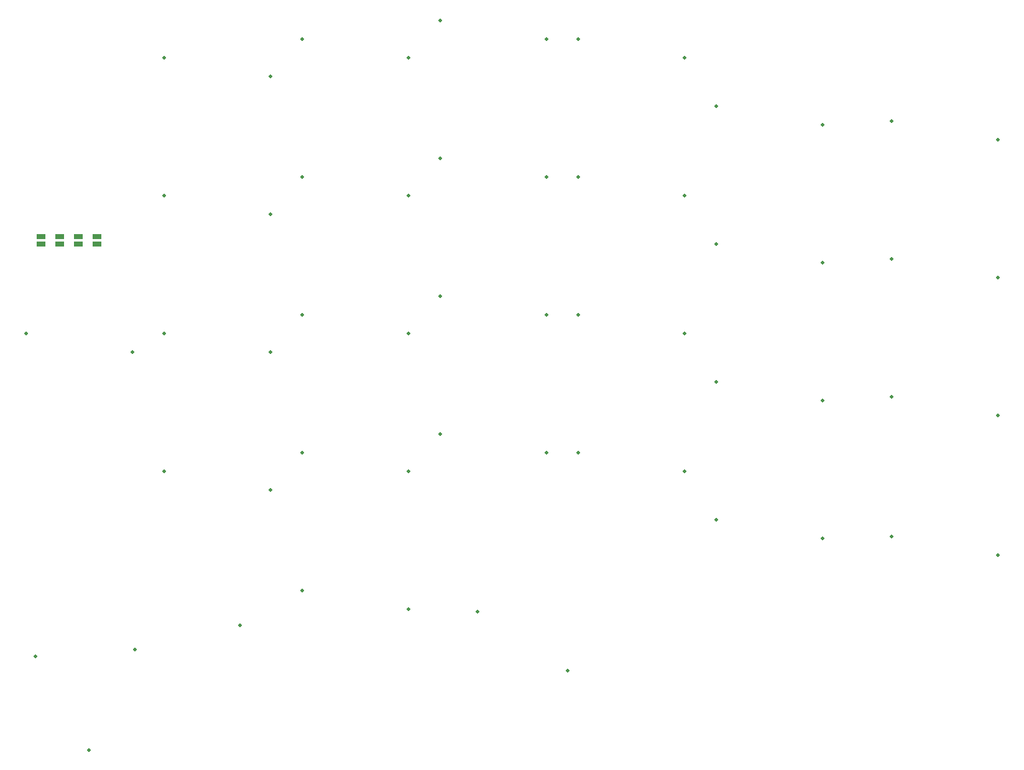
<source format=gtp>
G04*
G04 #@! TF.GenerationSoftware,Altium Limited,Altium Designer,21.0.8 (223)*
G04*
G04 Layer_Color=8421504*
%FSLAX25Y25*%
%MOIN*%
G70*
G04*
G04 #@! TF.SameCoordinates,8E13090D-DBD1-43B5-9963-361C11C34DB8*
G04*
G04*
G04 #@! TF.FilePolarity,Positive*
G04*
G01*
G75*
%ADD13R,0.04500X0.02500*%
%ADD14C,0.01968*%
%ADD15C,0.00394*%
D13*
X120000Y348030D02*
D03*
Y351970D02*
D03*
X110000D02*
D03*
Y348030D02*
D03*
X130000Y351970D02*
D03*
Y348030D02*
D03*
X140000Y351970D02*
D03*
Y348030D02*
D03*
D14*
X622905Y403842D02*
D03*
X566016Y414079D02*
D03*
X306906Y225842D02*
D03*
X250016Y236079D02*
D03*
X232906Y363843D02*
D03*
X176016Y374079D02*
D03*
X380906Y383842D02*
D03*
X324016Y394079D02*
D03*
X306906Y373843D02*
D03*
X250016Y384079D02*
D03*
X232906Y437843D02*
D03*
X176016Y448079D02*
D03*
X306906Y447843D02*
D03*
X250016Y458079D02*
D03*
X380906Y457842D02*
D03*
X324016Y468079D02*
D03*
X454906Y447843D02*
D03*
X398016Y458079D02*
D03*
X106930Y126616D02*
D03*
X135657Y76456D02*
D03*
X158905Y289843D02*
D03*
X102016Y300079D02*
D03*
X232906Y289843D02*
D03*
X176016Y300079D02*
D03*
X306906Y299843D02*
D03*
X250016Y310079D02*
D03*
X216603Y143136D02*
D03*
X160236Y130330D02*
D03*
X306906Y151842D02*
D03*
X250016Y162079D02*
D03*
X232906Y215843D02*
D03*
X176016Y226079D02*
D03*
X380906Y235842D02*
D03*
X324016Y246079D02*
D03*
X528905Y337842D02*
D03*
X472016Y348079D02*
D03*
X454906Y373843D02*
D03*
X398016Y384079D02*
D03*
X454906Y225842D02*
D03*
X398016Y236079D02*
D03*
X528905Y189842D02*
D03*
X472016Y200079D02*
D03*
X392295Y118984D02*
D03*
X343927Y150635D02*
D03*
X380906Y309842D02*
D03*
X324016Y320079D02*
D03*
X454906Y299843D02*
D03*
X398016Y310079D02*
D03*
X528905Y411842D02*
D03*
X472016Y422079D02*
D03*
X566016Y340079D02*
D03*
X622905Y329842D02*
D03*
X528905Y263843D02*
D03*
X472016Y274079D02*
D03*
X566016Y266079D02*
D03*
X622905Y255842D02*
D03*
X566016Y191079D02*
D03*
X622905Y180842D02*
D03*
D15*
X120054Y377000D02*
D03*
X125959D02*
D03*
X126746Y386000D02*
D03*
X120841D02*
D03*
M02*

</source>
